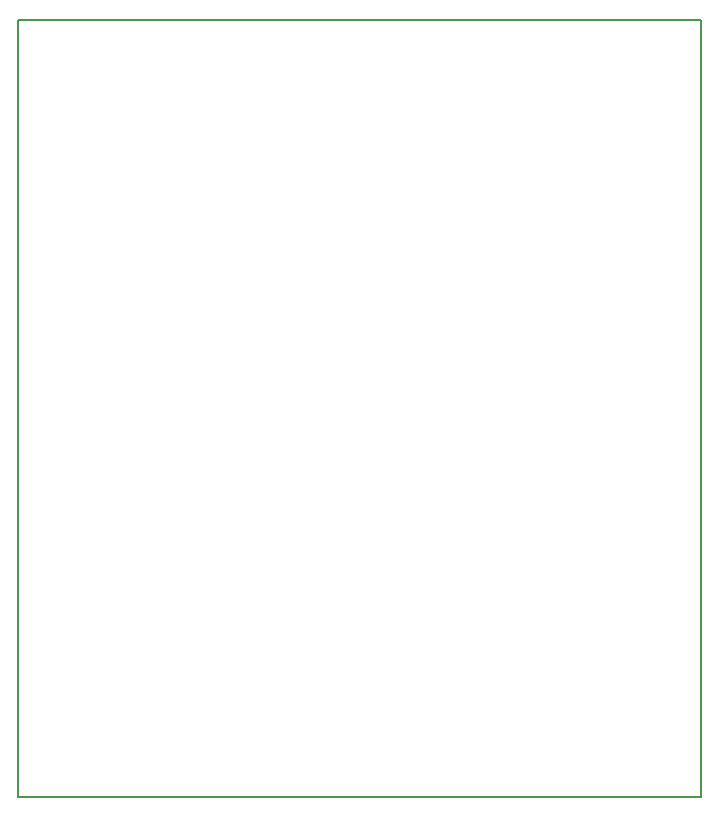
<source format=gbr>
%TF.GenerationSoftware,Novarm,DipTrace,3.3.1.3*%
%TF.CreationDate,2020-02-21T13:35:14+01:00*%
%FSLAX35Y35*%
%MOMM*%
%TF.FileFunction,Profile*%
%TF.Part,Single*%
%ADD11C,0.14*%
G75*
G01*
%LPD*%
X999998Y7575331D2*
D11*
X6784831D1*
Y999998D1*
X999998D1*
Y7575331D1*
M02*

</source>
